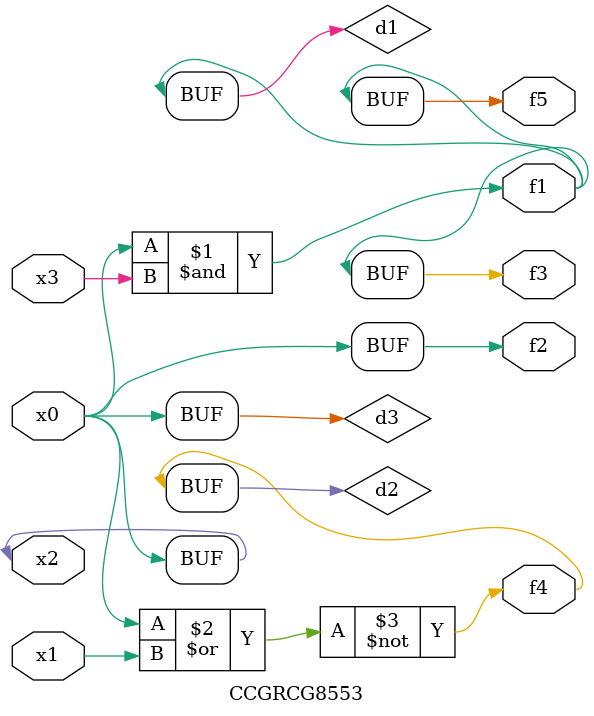
<source format=v>
module CCGRCG8553(
	input x0, x1, x2, x3,
	output f1, f2, f3, f4, f5
);

	wire d1, d2, d3;

	and (d1, x2, x3);
	nor (d2, x0, x1);
	buf (d3, x0, x2);
	assign f1 = d1;
	assign f2 = d3;
	assign f3 = d1;
	assign f4 = d2;
	assign f5 = d1;
endmodule

</source>
